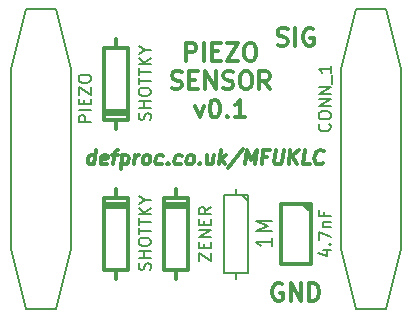
<source format=gto>
G04 (created by PCBNEW (2013-jul-07)-stable) date Sun 08 Feb 2015 22:31:34 GMT*
%MOIN*%
G04 Gerber Fmt 3.4, Leading zero omitted, Abs format*
%FSLAX34Y34*%
G01*
G70*
G90*
G04 APERTURE LIST*
%ADD10C,0.00590551*%
%ADD11C,0.011811*%
%ADD12C,0.008*%
%ADD13C,0.012*%
G04 APERTURE END LIST*
G54D10*
G54D11*
X78286Y-57191D02*
X78345Y-56718D01*
X78289Y-57168D02*
X78241Y-57191D01*
X78151Y-57191D01*
X78109Y-57168D01*
X78089Y-57146D01*
X78072Y-57101D01*
X78089Y-56966D01*
X78117Y-56921D01*
X78143Y-56898D01*
X78190Y-56876D01*
X78280Y-56876D01*
X78323Y-56898D01*
X78694Y-57168D02*
X78646Y-57191D01*
X78556Y-57191D01*
X78514Y-57168D01*
X78497Y-57123D01*
X78519Y-56943D01*
X78548Y-56898D01*
X78595Y-56876D01*
X78685Y-56876D01*
X78728Y-56898D01*
X78744Y-56943D01*
X78739Y-56988D01*
X78508Y-57033D01*
X78888Y-56876D02*
X79068Y-56876D01*
X78916Y-57191D02*
X78967Y-56786D01*
X78995Y-56741D01*
X79043Y-56718D01*
X79088Y-56718D01*
X79225Y-56876D02*
X79166Y-57348D01*
X79223Y-56898D02*
X79270Y-56876D01*
X79360Y-56876D01*
X79402Y-56898D01*
X79422Y-56921D01*
X79439Y-56966D01*
X79422Y-57101D01*
X79394Y-57146D01*
X79369Y-57168D01*
X79321Y-57191D01*
X79231Y-57191D01*
X79189Y-57168D01*
X79613Y-57191D02*
X79653Y-56876D01*
X79642Y-56966D02*
X79670Y-56921D01*
X79695Y-56898D01*
X79743Y-56876D01*
X79788Y-56876D01*
X79973Y-57191D02*
X79931Y-57168D01*
X79911Y-57146D01*
X79895Y-57101D01*
X79911Y-56966D01*
X79940Y-56921D01*
X79965Y-56898D01*
X80013Y-56876D01*
X80080Y-56876D01*
X80122Y-56898D01*
X80142Y-56921D01*
X80159Y-56966D01*
X80142Y-57101D01*
X80114Y-57146D01*
X80089Y-57168D01*
X80041Y-57191D01*
X79973Y-57191D01*
X80539Y-57168D02*
X80491Y-57191D01*
X80401Y-57191D01*
X80359Y-57168D01*
X80339Y-57146D01*
X80322Y-57101D01*
X80339Y-56966D01*
X80367Y-56921D01*
X80392Y-56898D01*
X80440Y-56876D01*
X80530Y-56876D01*
X80572Y-56898D01*
X80744Y-57146D02*
X80764Y-57168D01*
X80738Y-57191D01*
X80719Y-57168D01*
X80744Y-57146D01*
X80738Y-57191D01*
X81169Y-57168D02*
X81121Y-57191D01*
X81031Y-57191D01*
X80989Y-57168D01*
X80969Y-57146D01*
X80952Y-57101D01*
X80969Y-56966D01*
X80997Y-56921D01*
X81022Y-56898D01*
X81070Y-56876D01*
X81160Y-56876D01*
X81202Y-56898D01*
X81436Y-57191D02*
X81393Y-57168D01*
X81374Y-57146D01*
X81357Y-57101D01*
X81374Y-56966D01*
X81402Y-56921D01*
X81427Y-56898D01*
X81475Y-56876D01*
X81543Y-56876D01*
X81585Y-56898D01*
X81604Y-56921D01*
X81621Y-56966D01*
X81604Y-57101D01*
X81576Y-57146D01*
X81551Y-57168D01*
X81503Y-57191D01*
X81436Y-57191D01*
X81801Y-57146D02*
X81821Y-57168D01*
X81796Y-57191D01*
X81776Y-57168D01*
X81801Y-57146D01*
X81796Y-57191D01*
X82262Y-56876D02*
X82223Y-57191D01*
X82060Y-56876D02*
X82029Y-57123D01*
X82046Y-57168D01*
X82088Y-57191D01*
X82156Y-57191D01*
X82203Y-57168D01*
X82229Y-57146D01*
X82448Y-57191D02*
X82507Y-56718D01*
X82516Y-57011D02*
X82628Y-57191D01*
X82667Y-56876D02*
X82465Y-57056D01*
X83230Y-56696D02*
X82749Y-57303D01*
X83325Y-57191D02*
X83384Y-56718D01*
X83500Y-57056D01*
X83699Y-56718D01*
X83640Y-57191D01*
X84054Y-56943D02*
X83896Y-56943D01*
X83865Y-57191D02*
X83924Y-56718D01*
X84149Y-56718D01*
X84329Y-56718D02*
X84282Y-57101D01*
X84298Y-57146D01*
X84318Y-57168D01*
X84360Y-57191D01*
X84450Y-57191D01*
X84498Y-57168D01*
X84523Y-57146D01*
X84552Y-57101D01*
X84599Y-56718D01*
X84765Y-57191D02*
X84824Y-56718D01*
X85035Y-57191D02*
X84866Y-56921D01*
X85094Y-56718D02*
X84791Y-56988D01*
X85463Y-57191D02*
X85238Y-57191D01*
X85297Y-56718D01*
X85896Y-57146D02*
X85870Y-57168D01*
X85800Y-57191D01*
X85755Y-57191D01*
X85690Y-57168D01*
X85651Y-57123D01*
X85634Y-57078D01*
X85623Y-56988D01*
X85631Y-56921D01*
X85665Y-56831D01*
X85693Y-56786D01*
X85744Y-56741D01*
X85814Y-56718D01*
X85859Y-56718D01*
X85924Y-56741D01*
X85944Y-56763D01*
X81347Y-53739D02*
X81347Y-53148D01*
X81571Y-53148D01*
X81628Y-53176D01*
X81656Y-53204D01*
X81684Y-53260D01*
X81684Y-53345D01*
X81656Y-53401D01*
X81628Y-53429D01*
X81571Y-53457D01*
X81347Y-53457D01*
X81937Y-53739D02*
X81937Y-53148D01*
X82218Y-53429D02*
X82415Y-53429D01*
X82500Y-53739D02*
X82218Y-53739D01*
X82218Y-53148D01*
X82500Y-53148D01*
X82696Y-53148D02*
X83090Y-53148D01*
X82696Y-53739D01*
X83090Y-53739D01*
X83428Y-53148D02*
X83540Y-53148D01*
X83596Y-53176D01*
X83652Y-53232D01*
X83681Y-53345D01*
X83681Y-53542D01*
X83652Y-53654D01*
X83596Y-53710D01*
X83540Y-53739D01*
X83428Y-53739D01*
X83371Y-53710D01*
X83315Y-53654D01*
X83287Y-53542D01*
X83287Y-53345D01*
X83315Y-53232D01*
X83371Y-53176D01*
X83428Y-53148D01*
X80868Y-54655D02*
X80953Y-54683D01*
X81093Y-54683D01*
X81150Y-54655D01*
X81178Y-54627D01*
X81206Y-54571D01*
X81206Y-54515D01*
X81178Y-54458D01*
X81150Y-54430D01*
X81093Y-54402D01*
X80981Y-54374D01*
X80925Y-54346D01*
X80897Y-54318D01*
X80868Y-54262D01*
X80868Y-54205D01*
X80897Y-54149D01*
X80925Y-54121D01*
X80981Y-54093D01*
X81122Y-54093D01*
X81206Y-54121D01*
X81459Y-54374D02*
X81656Y-54374D01*
X81740Y-54683D02*
X81459Y-54683D01*
X81459Y-54093D01*
X81740Y-54093D01*
X81993Y-54683D02*
X81993Y-54093D01*
X82331Y-54683D01*
X82331Y-54093D01*
X82584Y-54655D02*
X82668Y-54683D01*
X82809Y-54683D01*
X82865Y-54655D01*
X82893Y-54627D01*
X82921Y-54571D01*
X82921Y-54515D01*
X82893Y-54458D01*
X82865Y-54430D01*
X82809Y-54402D01*
X82696Y-54374D01*
X82640Y-54346D01*
X82612Y-54318D01*
X82584Y-54262D01*
X82584Y-54205D01*
X82612Y-54149D01*
X82640Y-54121D01*
X82696Y-54093D01*
X82837Y-54093D01*
X82921Y-54121D01*
X83287Y-54093D02*
X83399Y-54093D01*
X83456Y-54121D01*
X83512Y-54177D01*
X83540Y-54290D01*
X83540Y-54487D01*
X83512Y-54599D01*
X83456Y-54655D01*
X83399Y-54683D01*
X83287Y-54683D01*
X83231Y-54655D01*
X83174Y-54599D01*
X83146Y-54487D01*
X83146Y-54290D01*
X83174Y-54177D01*
X83231Y-54121D01*
X83287Y-54093D01*
X84131Y-54683D02*
X83934Y-54402D01*
X83793Y-54683D02*
X83793Y-54093D01*
X84018Y-54093D01*
X84074Y-54121D01*
X84102Y-54149D01*
X84131Y-54205D01*
X84131Y-54290D01*
X84102Y-54346D01*
X84074Y-54374D01*
X84018Y-54402D01*
X83793Y-54402D01*
X81656Y-55235D02*
X81796Y-55628D01*
X81937Y-55235D01*
X82275Y-55038D02*
X82331Y-55038D01*
X82387Y-55066D01*
X82415Y-55094D01*
X82443Y-55150D01*
X82471Y-55263D01*
X82471Y-55403D01*
X82443Y-55516D01*
X82415Y-55572D01*
X82387Y-55600D01*
X82331Y-55628D01*
X82275Y-55628D01*
X82218Y-55600D01*
X82190Y-55572D01*
X82162Y-55516D01*
X82134Y-55403D01*
X82134Y-55263D01*
X82162Y-55150D01*
X82190Y-55094D01*
X82218Y-55066D01*
X82275Y-55038D01*
X82724Y-55572D02*
X82753Y-55600D01*
X82724Y-55628D01*
X82696Y-55600D01*
X82724Y-55572D01*
X82724Y-55628D01*
X83315Y-55628D02*
X82978Y-55628D01*
X83146Y-55628D02*
X83146Y-55038D01*
X83090Y-55122D01*
X83034Y-55178D01*
X82978Y-55206D01*
X84395Y-53210D02*
X84479Y-53239D01*
X84620Y-53239D01*
X84676Y-53210D01*
X84704Y-53182D01*
X84732Y-53126D01*
X84732Y-53070D01*
X84704Y-53014D01*
X84676Y-52985D01*
X84620Y-52957D01*
X84507Y-52929D01*
X84451Y-52901D01*
X84423Y-52873D01*
X84395Y-52817D01*
X84395Y-52760D01*
X84423Y-52704D01*
X84451Y-52676D01*
X84507Y-52648D01*
X84648Y-52648D01*
X84732Y-52676D01*
X84985Y-53239D02*
X84985Y-52648D01*
X85576Y-52676D02*
X85520Y-52648D01*
X85435Y-52648D01*
X85351Y-52676D01*
X85295Y-52732D01*
X85267Y-52789D01*
X85239Y-52901D01*
X85239Y-52985D01*
X85267Y-53098D01*
X85295Y-53154D01*
X85351Y-53210D01*
X85435Y-53239D01*
X85492Y-53239D01*
X85576Y-53210D01*
X85604Y-53182D01*
X85604Y-52985D01*
X85492Y-52985D01*
X84550Y-61176D02*
X84493Y-61148D01*
X84409Y-61148D01*
X84325Y-61176D01*
X84268Y-61232D01*
X84240Y-61289D01*
X84212Y-61401D01*
X84212Y-61485D01*
X84240Y-61598D01*
X84268Y-61654D01*
X84325Y-61710D01*
X84409Y-61739D01*
X84465Y-61739D01*
X84550Y-61710D01*
X84578Y-61682D01*
X84578Y-61485D01*
X84465Y-61485D01*
X84831Y-61739D02*
X84831Y-61148D01*
X85168Y-61739D01*
X85168Y-61148D01*
X85449Y-61739D02*
X85449Y-61148D01*
X85590Y-61148D01*
X85674Y-61176D01*
X85731Y-61232D01*
X85759Y-61289D01*
X85787Y-61401D01*
X85787Y-61485D01*
X85759Y-61598D01*
X85731Y-61654D01*
X85674Y-61710D01*
X85590Y-61739D01*
X85449Y-61739D01*
G54D12*
X83000Y-58000D02*
X83000Y-58200D01*
X83000Y-61000D02*
X83000Y-60800D01*
X83000Y-60800D02*
X83400Y-60800D01*
X83400Y-60800D02*
X83400Y-58200D01*
X83400Y-58200D02*
X82600Y-58200D01*
X82600Y-58200D02*
X82600Y-60800D01*
X82600Y-60800D02*
X83000Y-60800D01*
X83200Y-58200D02*
X83400Y-58400D01*
G54D10*
X77000Y-52000D02*
X77500Y-54000D01*
X77500Y-54000D02*
X77500Y-60000D01*
X77500Y-60000D02*
X77000Y-62000D01*
X77000Y-62000D02*
X76000Y-62000D01*
X76000Y-62000D02*
X75500Y-60000D01*
X75500Y-60000D02*
X75500Y-54000D01*
X75500Y-54000D02*
X76000Y-52000D01*
X76000Y-52000D02*
X77000Y-52000D01*
X88000Y-52000D02*
X88500Y-54000D01*
X88500Y-54000D02*
X88500Y-60000D01*
X88500Y-60000D02*
X88000Y-62000D01*
X88000Y-62000D02*
X87000Y-62000D01*
X87000Y-62000D02*
X86500Y-60000D01*
X86500Y-60000D02*
X86500Y-54000D01*
X86500Y-54000D02*
X87000Y-52000D01*
X87000Y-52000D02*
X88000Y-52000D01*
G54D13*
X81000Y-58000D02*
X81000Y-58300D01*
X81000Y-58300D02*
X80600Y-58300D01*
X80600Y-58300D02*
X80600Y-60700D01*
X80600Y-60700D02*
X81000Y-60700D01*
X81000Y-60700D02*
X81000Y-61000D01*
X81000Y-60700D02*
X81400Y-60700D01*
X81400Y-60700D02*
X81400Y-58300D01*
X81400Y-58300D02*
X81000Y-58300D01*
X80600Y-58500D02*
X81400Y-58500D01*
X81400Y-58600D02*
X80600Y-58600D01*
X79000Y-58000D02*
X79000Y-58300D01*
X79000Y-58300D02*
X78600Y-58300D01*
X78600Y-58300D02*
X78600Y-60700D01*
X78600Y-60700D02*
X79000Y-60700D01*
X79000Y-60700D02*
X79000Y-61000D01*
X79000Y-60700D02*
X79400Y-60700D01*
X79400Y-60700D02*
X79400Y-58300D01*
X79400Y-58300D02*
X79000Y-58300D01*
X78600Y-58500D02*
X79400Y-58500D01*
X79400Y-58600D02*
X78600Y-58600D01*
X79000Y-56000D02*
X79000Y-55700D01*
X79000Y-55700D02*
X79400Y-55700D01*
X79400Y-55700D02*
X79400Y-53300D01*
X79400Y-53300D02*
X79000Y-53300D01*
X79000Y-53300D02*
X79000Y-53000D01*
X79000Y-53300D02*
X78600Y-53300D01*
X78600Y-53300D02*
X78600Y-55700D01*
X78600Y-55700D02*
X79000Y-55700D01*
X79400Y-55500D02*
X78600Y-55500D01*
X78600Y-55400D02*
X79400Y-55400D01*
X85500Y-58520D02*
X85500Y-60500D01*
X85500Y-60500D02*
X84500Y-60500D01*
X84500Y-60500D02*
X84500Y-58500D01*
X84500Y-58500D02*
X85500Y-58500D01*
X85250Y-58500D02*
X85500Y-58750D01*
G54D12*
X84222Y-59642D02*
X84222Y-59928D01*
X84222Y-59785D02*
X83672Y-59785D01*
X83751Y-59833D01*
X83803Y-59880D01*
X83829Y-59928D01*
X84222Y-59428D02*
X83672Y-59428D01*
X84065Y-59261D01*
X83672Y-59095D01*
X84222Y-59095D01*
X78161Y-55780D02*
X77761Y-55780D01*
X77761Y-55628D01*
X77780Y-55590D01*
X77800Y-55571D01*
X77838Y-55552D01*
X77895Y-55552D01*
X77933Y-55571D01*
X77952Y-55590D01*
X77971Y-55628D01*
X77971Y-55780D01*
X78161Y-55380D02*
X77761Y-55380D01*
X77952Y-55190D02*
X77952Y-55057D01*
X78161Y-55000D02*
X78161Y-55190D01*
X77761Y-55190D01*
X77761Y-55000D01*
X77761Y-54866D02*
X77761Y-54600D01*
X78161Y-54866D01*
X78161Y-54600D01*
X77761Y-54371D02*
X77761Y-54295D01*
X77780Y-54257D01*
X77819Y-54219D01*
X77895Y-54200D01*
X78028Y-54200D01*
X78104Y-54219D01*
X78142Y-54257D01*
X78161Y-54295D01*
X78161Y-54371D01*
X78142Y-54409D01*
X78104Y-54447D01*
X78028Y-54466D01*
X77895Y-54466D01*
X77819Y-54447D01*
X77780Y-54409D01*
X77761Y-54371D01*
X86123Y-55847D02*
X86142Y-55866D01*
X86161Y-55923D01*
X86161Y-55961D01*
X86142Y-56019D01*
X86104Y-56057D01*
X86066Y-56076D01*
X85990Y-56095D01*
X85933Y-56095D01*
X85857Y-56076D01*
X85819Y-56057D01*
X85780Y-56019D01*
X85761Y-55961D01*
X85761Y-55923D01*
X85780Y-55866D01*
X85800Y-55847D01*
X85761Y-55599D02*
X85761Y-55523D01*
X85780Y-55485D01*
X85819Y-55447D01*
X85895Y-55428D01*
X86028Y-55428D01*
X86104Y-55447D01*
X86142Y-55485D01*
X86161Y-55523D01*
X86161Y-55599D01*
X86142Y-55638D01*
X86104Y-55676D01*
X86028Y-55695D01*
X85895Y-55695D01*
X85819Y-55676D01*
X85780Y-55638D01*
X85761Y-55599D01*
X86161Y-55257D02*
X85761Y-55257D01*
X86161Y-55028D01*
X85761Y-55028D01*
X86161Y-54838D02*
X85761Y-54838D01*
X86161Y-54609D01*
X85761Y-54609D01*
X86200Y-54514D02*
X86200Y-54209D01*
X86161Y-53904D02*
X86161Y-54133D01*
X86161Y-54019D02*
X85761Y-54019D01*
X85819Y-54057D01*
X85857Y-54095D01*
X85876Y-54133D01*
X81761Y-60404D02*
X81761Y-60138D01*
X82161Y-60404D01*
X82161Y-60138D01*
X81952Y-59985D02*
X81952Y-59852D01*
X82161Y-59795D02*
X82161Y-59985D01*
X81761Y-59985D01*
X81761Y-59795D01*
X82161Y-59623D02*
X81761Y-59623D01*
X82161Y-59395D01*
X81761Y-59395D01*
X81952Y-59204D02*
X81952Y-59071D01*
X82161Y-59014D02*
X82161Y-59204D01*
X81761Y-59204D01*
X81761Y-59014D01*
X82161Y-58614D02*
X81971Y-58747D01*
X82161Y-58842D02*
X81761Y-58842D01*
X81761Y-58690D01*
X81780Y-58652D01*
X81800Y-58633D01*
X81838Y-58614D01*
X81895Y-58614D01*
X81933Y-58633D01*
X81952Y-58652D01*
X81971Y-58690D01*
X81971Y-58842D01*
X80142Y-60709D02*
X80161Y-60652D01*
X80161Y-60557D01*
X80142Y-60519D01*
X80123Y-60500D01*
X80085Y-60480D01*
X80047Y-60480D01*
X80009Y-60500D01*
X79990Y-60519D01*
X79971Y-60557D01*
X79952Y-60633D01*
X79933Y-60671D01*
X79914Y-60690D01*
X79876Y-60709D01*
X79838Y-60709D01*
X79800Y-60690D01*
X79780Y-60671D01*
X79761Y-60633D01*
X79761Y-60538D01*
X79780Y-60480D01*
X80161Y-60309D02*
X79761Y-60309D01*
X79952Y-60309D02*
X79952Y-60080D01*
X80161Y-60080D02*
X79761Y-60080D01*
X79761Y-59814D02*
X79761Y-59738D01*
X79780Y-59700D01*
X79819Y-59661D01*
X79895Y-59642D01*
X80028Y-59642D01*
X80104Y-59661D01*
X80142Y-59700D01*
X80161Y-59738D01*
X80161Y-59814D01*
X80142Y-59852D01*
X80104Y-59890D01*
X80028Y-59909D01*
X79895Y-59909D01*
X79819Y-59890D01*
X79780Y-59852D01*
X79761Y-59814D01*
X79761Y-59528D02*
X79761Y-59300D01*
X80161Y-59414D02*
X79761Y-59414D01*
X79761Y-59223D02*
X79761Y-58995D01*
X80161Y-59109D02*
X79761Y-59109D01*
X80161Y-58861D02*
X79761Y-58861D01*
X80161Y-58633D02*
X79933Y-58804D01*
X79761Y-58633D02*
X79990Y-58861D01*
X79971Y-58385D02*
X80161Y-58385D01*
X79761Y-58519D02*
X79971Y-58385D01*
X79761Y-58252D01*
X80142Y-55709D02*
X80161Y-55652D01*
X80161Y-55557D01*
X80142Y-55519D01*
X80123Y-55500D01*
X80085Y-55480D01*
X80047Y-55480D01*
X80009Y-55500D01*
X79990Y-55519D01*
X79971Y-55557D01*
X79952Y-55633D01*
X79933Y-55671D01*
X79914Y-55690D01*
X79876Y-55709D01*
X79838Y-55709D01*
X79800Y-55690D01*
X79780Y-55671D01*
X79761Y-55633D01*
X79761Y-55538D01*
X79780Y-55480D01*
X80161Y-55309D02*
X79761Y-55309D01*
X79952Y-55309D02*
X79952Y-55080D01*
X80161Y-55080D02*
X79761Y-55080D01*
X79761Y-54814D02*
X79761Y-54738D01*
X79780Y-54700D01*
X79819Y-54661D01*
X79895Y-54642D01*
X80028Y-54642D01*
X80104Y-54661D01*
X80142Y-54700D01*
X80161Y-54738D01*
X80161Y-54814D01*
X80142Y-54852D01*
X80104Y-54890D01*
X80028Y-54909D01*
X79895Y-54909D01*
X79819Y-54890D01*
X79780Y-54852D01*
X79761Y-54814D01*
X79761Y-54528D02*
X79761Y-54300D01*
X80161Y-54414D02*
X79761Y-54414D01*
X79761Y-54223D02*
X79761Y-53995D01*
X80161Y-54109D02*
X79761Y-54109D01*
X80161Y-53861D02*
X79761Y-53861D01*
X80161Y-53633D02*
X79933Y-53804D01*
X79761Y-53633D02*
X79990Y-53861D01*
X79971Y-53385D02*
X80161Y-53385D01*
X79761Y-53519D02*
X79971Y-53385D01*
X79761Y-53252D01*
X85895Y-60061D02*
X86161Y-60061D01*
X85742Y-60157D02*
X86028Y-60252D01*
X86028Y-60004D01*
X86123Y-59852D02*
X86142Y-59833D01*
X86161Y-59852D01*
X86142Y-59871D01*
X86123Y-59852D01*
X86161Y-59852D01*
X85761Y-59699D02*
X85761Y-59433D01*
X86161Y-59604D01*
X85895Y-59280D02*
X86161Y-59280D01*
X85933Y-59280D02*
X85914Y-59261D01*
X85895Y-59223D01*
X85895Y-59166D01*
X85914Y-59128D01*
X85952Y-59109D01*
X86161Y-59109D01*
X85952Y-58785D02*
X85952Y-58919D01*
X86161Y-58919D02*
X85761Y-58919D01*
X85761Y-58728D01*
M02*

</source>
